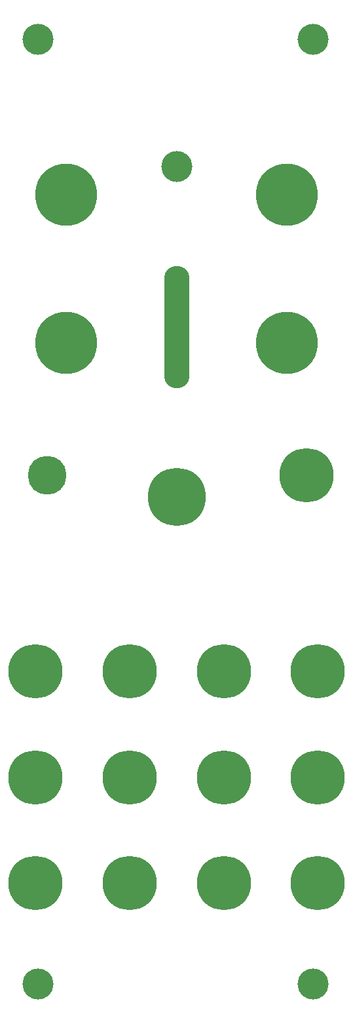
<source format=gbr>
G04 #@! TF.GenerationSoftware,KiCad,Pcbnew,8.0.0*
G04 #@! TF.CreationDate,2024-07-21T13:44:25+02:00*
G04 #@! TF.ProjectId,ES_Daisy_Patch_SM_FB_Rev1_panel,45535f44-6169-4737-995f-50617463685f,rev?*
G04 #@! TF.SameCoordinates,Original*
G04 #@! TF.FileFunction,Copper,L1,Top*
G04 #@! TF.FilePolarity,Positive*
%FSLAX46Y46*%
G04 Gerber Fmt 4.6, Leading zero omitted, Abs format (unit mm)*
G04 Created by KiCad (PCBNEW 8.0.0) date 2024-07-21 13:44:25*
%MOMM*%
%LPD*%
G01*
G04 APERTURE LIST*
G04 #@! TA.AperFunction,WasherPad*
%ADD10O,3.300000X15.800000*%
G04 #@! TD*
G04 #@! TA.AperFunction,ViaPad*
%ADD11C,5.000000*%
G04 #@! TD*
G04 #@! TA.AperFunction,ViaPad*
%ADD12C,8.000000*%
G04 #@! TD*
G04 #@! TA.AperFunction,ViaPad*
%ADD13C,4.000000*%
G04 #@! TD*
G04 #@! TA.AperFunction,ViaPad*
%ADD14C,7.000000*%
G04 #@! TD*
G04 #@! TA.AperFunction,ViaPad*
%ADD15C,7.500000*%
G04 #@! TD*
G04 APERTURE END LIST*
D10*
X62151100Y-80887600D03*
D11*
X45401100Y-100068000D03*
D12*
X76401100Y-63787800D03*
D13*
X44241100Y-165753600D03*
D14*
X43901100Y-152685800D03*
D13*
X79801100Y-43753600D03*
D12*
X47901100Y-82897000D03*
X76401100Y-82897000D03*
D14*
X56067800Y-139097700D03*
X80401100Y-139097700D03*
X68234400Y-152685800D03*
X56067800Y-125347700D03*
D13*
X79801100Y-165753600D03*
D15*
X62150372Y-102818000D03*
D14*
X43901100Y-125347700D03*
X78901100Y-100068000D03*
D13*
X62151100Y-60159700D03*
D12*
X47901100Y-63787800D03*
D14*
X80401100Y-125347700D03*
X56067800Y-152685800D03*
D13*
X44241100Y-43753600D03*
D14*
X43901100Y-139097700D03*
X68234400Y-139097700D03*
X68234400Y-125347700D03*
X80401100Y-152685800D03*
M02*

</source>
